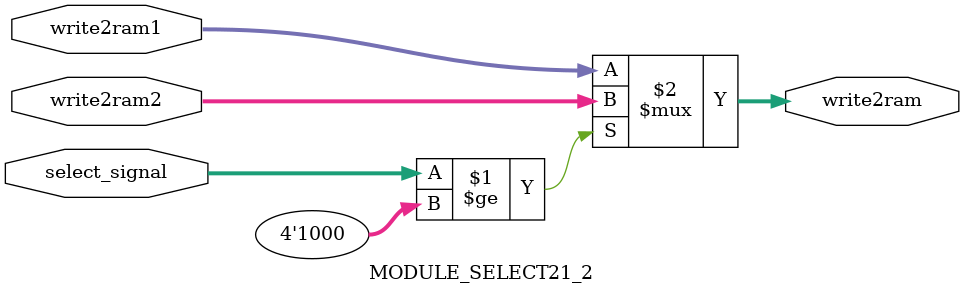
<source format=v>
`timescale 1ns/1ps
module MODULE_SELECT21_2 (
    input [3:0] select_signal,
    input [11:0] write2ram1,
    input [11:0] write2ram2,
    output [11:0] write2ram
);
assign write2ram=(select_signal>=4'b1000)?write2ram2:write2ram1;

endmodule //MODULE_SELECT21_2
</source>
